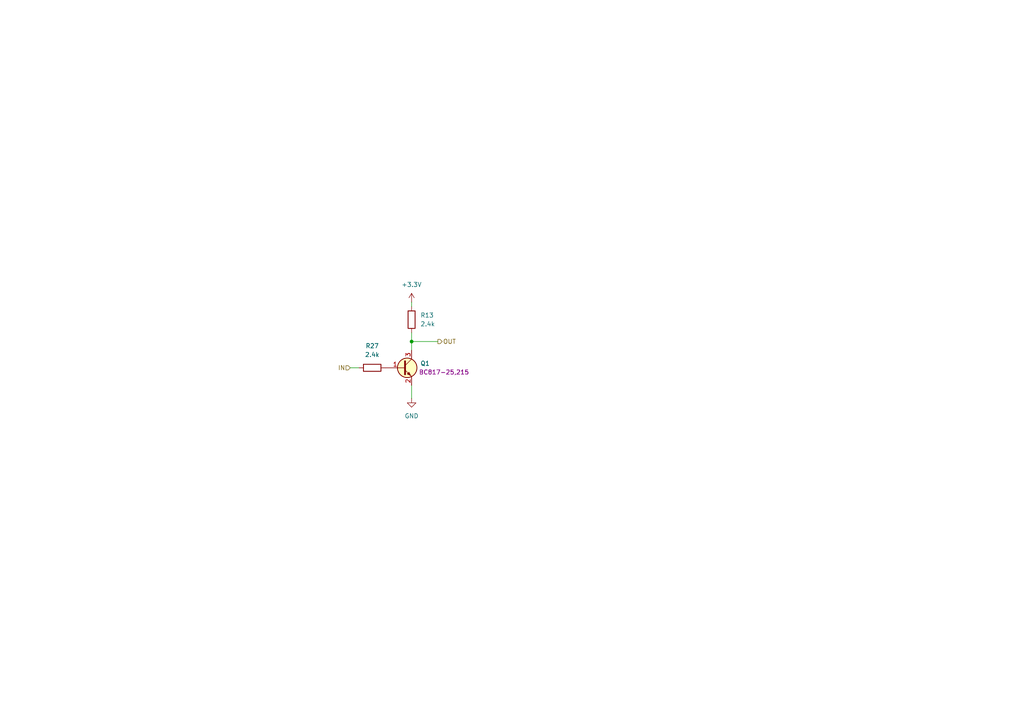
<source format=kicad_sch>
(kicad_sch (version 20250114) (generator "eeschema") (generator_version "9.0")
  (paper "A4")
  (lib_symbols
    (symbol "Resistor_AKL:R_0603" (pin_numbers (hide yes)) (pin_names (offset 0))
      (property "Reference" "R" (at 2.54 1.27 0))
      (property "Value" "R_0603" (at 2.54 -1.27 0))
      (symbol "R_0603_0_1"
        (rectangle (start -1.016 2.54) (end 1.016 -2.54) (stroke (width 0.254)))
      )
      (symbol "R_0603_0_2"
        (polyline (pts (xy -2.54 -2.54) (xy -1.524 -1.524)))
        (polyline (pts (xy 1.524 1.524) (xy 2.54 2.54)))
        (polyline (pts (xy 1.524 1.524) (xy 0.889 2.159) (xy -2.159 -0.889) (xy -0.889 -2.159) (xy 2.159 0.889) (xy 1.524 1.524)) (stroke (width 0.254)))
      )
      (symbol "R_0603_1_1"
        (pin passive line (at 0 3.81 270) (length 1.27) (name "~") (number "1"))
        (pin passive line (at 0 -3.81 90) (length 1.27) (name "~") (number "2"))
      )
      (symbol "R_0603_1_2"
        (pin passive line (at -2.54 -2.54 0) (length 0) (name "") (number "2"))
        (pin passive line (at 2.54 2.54 180) (length 0) (name "") (number "1"))
      )
    )
    (symbol "Transistor_BJT_AKL:BFN26" (pin_names (hide yes))
      (property "Reference" "Q" (at 5.08 1.27 0))
      (property "Value" "BFN26" (at 5.08 -1.27 0))
      (symbol "BFN26_0_1"
        (polyline (pts (xy 0.635 1.905) (xy 0.635 -1.905) (xy 0.635 -1.905)) (stroke (width 0.508)))
        (polyline (pts (xy 0.635 0.635) (xy 2.54 2.54)))
        (polyline (pts (xy 0.635 -0.635) (xy 2.54 -2.54) (xy 2.54 -2.54)))
        (circle (center 1.27 0) (radius 2.8194) (stroke (width 0.254)) (fill (type background)))
        (polyline (pts (xy 1.27 -1.778) (xy 1.778 -1.27) (xy 2.286 -2.286) (xy 1.27 -1.778) (xy 1.27 -1.778)) (fill (type outline)))
      )
      (symbol "BFN26_1_1"
        (pin input line (at -5.08 0 0) (length 5.715) (name "B") (number "1"))
        (pin passive line (at 2.54 5.08 270) (length 2.54) (name "C") (number "3"))
        (pin passive line (at 2.54 -5.08 90) (length 2.54) (name "E") (number "2"))
      )
    )
    (symbol "power:+3.3V" (power) (pin_numbers (hide yes)) (pin_names (offset 0) (hide yes))
      (property "Value" "+3.3V" (at 0 3.556 0))
      (symbol "+3.3V_0_1"
        (polyline (pts (xy -0.762 1.27) (xy 0 2.54)))
        (polyline (pts (xy 0 2.54) (xy 0.762 1.27)))
        (polyline (pts (xy 0 0) (xy 0 2.54)))
      )
      (symbol "+3.3V_1_1"
        (pin power_in line (at 0 0 90) (length 0) (name "~") (number "1"))
      )
    )
    (symbol "power:GND" (power) (pin_numbers (hide yes)) (pin_names (offset 0) (hide yes))
      (property "Value" "GND" (at 0 -3.81 0))
      (symbol "GND_0_1"
        (polyline (pts (xy 0 0) (xy 0 -1.27) (xy 1.27 -1.27) (xy 0 -2.54) (xy -1.27 -1.27) (xy 0 -1.27)))
      )
      (symbol "GND_1_1"
        (pin power_in line (at 0 0 270) (length 0) (name "~") (number "1"))
      )
    )
  )
  (junction (at 119.38 99.06))
  (wire (pts (xy 119.38 87.63) (xy 119.38 88.9)))
  (wire (pts (xy 101.6 106.68) (xy 104.14 106.68)))
  (wire (pts (xy 119.38 96.52) (xy 119.38 99.06)))
  (wire (pts (xy 119.38 111.76) (xy 119.38 115.57)))
  (wire (pts (xy 119.38 99.06) (xy 127 99.06)))
  (wire (pts (xy 119.38 99.06) (xy 119.38 101.6)))
  (hierarchical_label "OUT" (shape output) (at 127 99.06 0))
  (hierarchical_label "IN" (shape input) (at 101.6 106.68 180))
  (symbol (lib_id "Transistor_BJT_AKL:BFN26") (at 116.84 106.68 0) (unit 1)
    (property "Reference" "Q1" (at 121.92 105.4099 0) (effects (justify left)))
    (property "Value" "BFN26" (effects (hide yes)))
    (property "Footprint" "Package_TO_SOT_SMD_AKL:SOT-23" (effects (hide yes)))
    (property "Datasheet" "https://www.tme.eu/Document/43310f91a0e397761035f1d1abdd24c6/BFN24.pdf" (effects (hide yes)))
    (property "Description" "NPN SOT-23 high voltage transistor, 300V, 200mA, 360mW, Alternate KiCAD Library" (effects (hide yes)))
    (property "Part number" "BC817-25,215" (at 128.778 107.95 0))
    (instances (project "" (path "" (reference "Q1") (unit 1)) (path "" (reference "Q2") (unit 1))))
  )
  (symbol (lib_id "power:GND") (at 119.38 115.57 0) (unit 1)
    (property "Reference" "#PWR025" (effects (hide yes)))
    (property "Value" "GND" (at 119.38 120.65 0))
    (property "Description" "Power symbol creates a global label with name \"GND\" , ground" (effects (hide yes)))
    (instances (project "" (path "" (reference "#PWR025") (unit 1)) (path "" (reference "#PWR026") (unit 1))))
  )
  (symbol (lib_id "power:+3.3V") (at 119.38 87.63 0) (unit 1)
    (property "Reference" "#PWR023" (effects (hide yes)))
    (property "Value" "+3.3V" (at 119.38 82.55 0))
    (property "Description" "Power symbol creates a global label with name \"+3.3V\"" (effects (hide yes)))
    (instances (project "" (path "" (reference "#PWR023") (unit 1)) (path "" (reference "#PWR024") (unit 1))))
  )
  (symbol (lib_id "Resistor_AKL:R_0603") (at 119.38 92.71 180) (unit 1)
    (property "Reference" "R13" (at 121.92 91.4399 0) (effects (justify right)))
    (property "Value" "2.4k" (at 121.92 93.9799 0) (effects (justify right)))
    (property "Footprint" "Resistor_SMD_AKL:R_0603_1608Metric" (effects (hide yes)))
    (property "Description" "SMD 0603 Chip Resistor, European Symbol, Alternate KiCad Library" (effects (hide yes)))
    (instances (project "Diseños de circuitos" (path "" (reference "R13") (unit 1)) (path "" (reference "R14") (unit 1))))
  )
  (symbol (lib_id "Resistor_AKL:R_0603") (at 107.95 106.68 90) (unit 1)
    (property "Reference" "R27" (at 107.95 100.33 90))
    (property "Value" "2.4k" (at 107.95 102.87 90))
    (property "Footprint" "Resistor_SMD_AKL:R_0603_1608Metric" (effects (hide yes)))
    (property "Description" "SMD 0603 Chip Resistor, European Symbol, Alternate KiCad Library" (effects (hide yes)))
    (instances (project "Diseños de circuitos" (path "" (reference "R27") (unit 1)) (path "" (reference "R28") (unit 1))))
  )
)
</source>
